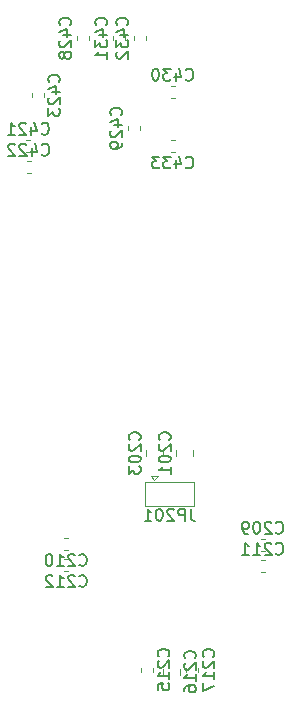
<source format=gbo>
G04 #@! TF.GenerationSoftware,KiCad,Pcbnew,5.1.0*
G04 #@! TF.CreationDate,2019-04-16T13:13:18+00:00*
G04 #@! TF.ProjectId,MSI001,4d534930-3031-42e6-9b69-6361645f7063,rev?*
G04 #@! TF.SameCoordinates,Original*
G04 #@! TF.FileFunction,Legend,Bot*
G04 #@! TF.FilePolarity,Positive*
%FSLAX46Y46*%
G04 Gerber Fmt 4.6, Leading zero omitted, Abs format (unit mm)*
G04 Created by KiCad (PCBNEW 5.1.0) date 2019-04-16 13:13:18*
%MOMM*%
%LPD*%
G04 APERTURE LIST*
%ADD10C,0.120000*%
%ADD11C,0.150000*%
G04 APERTURE END LIST*
D10*
X155773000Y-111221922D02*
X155773000Y-111739078D01*
X157193000Y-111221922D02*
X157193000Y-111739078D01*
X153233000Y-111221922D02*
X153233000Y-111739078D01*
X154653000Y-111221922D02*
X154653000Y-111739078D01*
X163249779Y-118766000D02*
X162924221Y-118766000D01*
X163249779Y-119786000D02*
X162924221Y-119786000D01*
X146287221Y-118639000D02*
X146612779Y-118639000D01*
X146287221Y-119659000D02*
X146612779Y-119659000D01*
X163249779Y-120544000D02*
X162924221Y-120544000D01*
X163249779Y-121564000D02*
X162924221Y-121564000D01*
X146287221Y-120417000D02*
X146612779Y-120417000D01*
X146287221Y-121437000D02*
X146612779Y-121437000D01*
X153818000Y-129979779D02*
X153818000Y-129654221D01*
X152798000Y-129979779D02*
X152798000Y-129654221D01*
X156050000Y-130251078D02*
X156050000Y-129733922D01*
X154630000Y-130251078D02*
X154630000Y-129733922D01*
X157628000Y-130005279D02*
X157628000Y-129679721D01*
X156608000Y-130005279D02*
X156608000Y-129679721D01*
X143412279Y-84984000D02*
X143086721Y-84984000D01*
X143412279Y-86004000D02*
X143086721Y-86004000D01*
X143437779Y-86762000D02*
X143112221Y-86762000D01*
X143437779Y-87782000D02*
X143112221Y-87782000D01*
X143527000Y-81338779D02*
X143527000Y-81013221D01*
X144547000Y-81338779D02*
X144547000Y-81013221D01*
X148357000Y-76187221D02*
X148357000Y-76512779D01*
X147337000Y-76187221D02*
X147337000Y-76512779D01*
X152675000Y-83807221D02*
X152675000Y-84132779D01*
X151655000Y-83807221D02*
X151655000Y-84132779D01*
X155629779Y-80412000D02*
X155304221Y-80412000D01*
X155629779Y-81432000D02*
X155304221Y-81432000D01*
X150385000Y-76187221D02*
X150385000Y-76512779D01*
X151405000Y-76187221D02*
X151405000Y-76512779D01*
X153183000Y-76187221D02*
X153183000Y-76512779D01*
X152163000Y-76187221D02*
X152163000Y-76512779D01*
X155304221Y-84984000D02*
X155629779Y-84984000D01*
X155304221Y-86004000D02*
X155629779Y-86004000D01*
X153163000Y-115958000D02*
X157263000Y-115958000D01*
X157263000Y-115958000D02*
X157263000Y-113958000D01*
X157263000Y-113958000D02*
X153163000Y-113958000D01*
X153163000Y-113958000D02*
X153163000Y-115958000D01*
X153913000Y-113758000D02*
X153613000Y-113458000D01*
X153613000Y-113458000D02*
X154213000Y-113458000D01*
X153913000Y-113758000D02*
X154213000Y-113458000D01*
D11*
X155190142Y-110361452D02*
X155237761Y-110313833D01*
X155285380Y-110170976D01*
X155285380Y-110075738D01*
X155237761Y-109932880D01*
X155142523Y-109837642D01*
X155047285Y-109790023D01*
X154856809Y-109742404D01*
X154713952Y-109742404D01*
X154523476Y-109790023D01*
X154428238Y-109837642D01*
X154333000Y-109932880D01*
X154285380Y-110075738D01*
X154285380Y-110170976D01*
X154333000Y-110313833D01*
X154380619Y-110361452D01*
X154380619Y-110742404D02*
X154333000Y-110790023D01*
X154285380Y-110885261D01*
X154285380Y-111123357D01*
X154333000Y-111218595D01*
X154380619Y-111266214D01*
X154475857Y-111313833D01*
X154571095Y-111313833D01*
X154713952Y-111266214D01*
X155285380Y-110694785D01*
X155285380Y-111313833D01*
X154285380Y-111932880D02*
X154285380Y-112028119D01*
X154333000Y-112123357D01*
X154380619Y-112170976D01*
X154475857Y-112218595D01*
X154666333Y-112266214D01*
X154904428Y-112266214D01*
X155094904Y-112218595D01*
X155190142Y-112170976D01*
X155237761Y-112123357D01*
X155285380Y-112028119D01*
X155285380Y-111932880D01*
X155237761Y-111837642D01*
X155190142Y-111790023D01*
X155094904Y-111742404D01*
X154904428Y-111694785D01*
X154666333Y-111694785D01*
X154475857Y-111742404D01*
X154380619Y-111790023D01*
X154333000Y-111837642D01*
X154285380Y-111932880D01*
X155285380Y-113218595D02*
X155285380Y-112647166D01*
X155285380Y-112932880D02*
X154285380Y-112932880D01*
X154428238Y-112837642D01*
X154523476Y-112742404D01*
X154571095Y-112647166D01*
X152650142Y-110361452D02*
X152697761Y-110313833D01*
X152745380Y-110170976D01*
X152745380Y-110075738D01*
X152697761Y-109932880D01*
X152602523Y-109837642D01*
X152507285Y-109790023D01*
X152316809Y-109742404D01*
X152173952Y-109742404D01*
X151983476Y-109790023D01*
X151888238Y-109837642D01*
X151793000Y-109932880D01*
X151745380Y-110075738D01*
X151745380Y-110170976D01*
X151793000Y-110313833D01*
X151840619Y-110361452D01*
X151840619Y-110742404D02*
X151793000Y-110790023D01*
X151745380Y-110885261D01*
X151745380Y-111123357D01*
X151793000Y-111218595D01*
X151840619Y-111266214D01*
X151935857Y-111313833D01*
X152031095Y-111313833D01*
X152173952Y-111266214D01*
X152745380Y-110694785D01*
X152745380Y-111313833D01*
X151745380Y-111932880D02*
X151745380Y-112028119D01*
X151793000Y-112123357D01*
X151840619Y-112170976D01*
X151935857Y-112218595D01*
X152126333Y-112266214D01*
X152364428Y-112266214D01*
X152554904Y-112218595D01*
X152650142Y-112170976D01*
X152697761Y-112123357D01*
X152745380Y-112028119D01*
X152745380Y-111932880D01*
X152697761Y-111837642D01*
X152650142Y-111790023D01*
X152554904Y-111742404D01*
X152364428Y-111694785D01*
X152126333Y-111694785D01*
X151935857Y-111742404D01*
X151840619Y-111790023D01*
X151793000Y-111837642D01*
X151745380Y-111932880D01*
X151745380Y-112599547D02*
X151745380Y-113218595D01*
X152126333Y-112885261D01*
X152126333Y-113028119D01*
X152173952Y-113123357D01*
X152221571Y-113170976D01*
X152316809Y-113218595D01*
X152554904Y-113218595D01*
X152650142Y-113170976D01*
X152697761Y-113123357D01*
X152745380Y-113028119D01*
X152745380Y-112742404D01*
X152697761Y-112647166D01*
X152650142Y-112599547D01*
X164206047Y-118203142D02*
X164253666Y-118250761D01*
X164396523Y-118298380D01*
X164491761Y-118298380D01*
X164634619Y-118250761D01*
X164729857Y-118155523D01*
X164777476Y-118060285D01*
X164825095Y-117869809D01*
X164825095Y-117726952D01*
X164777476Y-117536476D01*
X164729857Y-117441238D01*
X164634619Y-117346000D01*
X164491761Y-117298380D01*
X164396523Y-117298380D01*
X164253666Y-117346000D01*
X164206047Y-117393619D01*
X163825095Y-117393619D02*
X163777476Y-117346000D01*
X163682238Y-117298380D01*
X163444142Y-117298380D01*
X163348904Y-117346000D01*
X163301285Y-117393619D01*
X163253666Y-117488857D01*
X163253666Y-117584095D01*
X163301285Y-117726952D01*
X163872714Y-118298380D01*
X163253666Y-118298380D01*
X162634619Y-117298380D02*
X162539380Y-117298380D01*
X162444142Y-117346000D01*
X162396523Y-117393619D01*
X162348904Y-117488857D01*
X162301285Y-117679333D01*
X162301285Y-117917428D01*
X162348904Y-118107904D01*
X162396523Y-118203142D01*
X162444142Y-118250761D01*
X162539380Y-118298380D01*
X162634619Y-118298380D01*
X162729857Y-118250761D01*
X162777476Y-118203142D01*
X162825095Y-118107904D01*
X162872714Y-117917428D01*
X162872714Y-117679333D01*
X162825095Y-117488857D01*
X162777476Y-117393619D01*
X162729857Y-117346000D01*
X162634619Y-117298380D01*
X161825095Y-118298380D02*
X161634619Y-118298380D01*
X161539380Y-118250761D01*
X161491761Y-118203142D01*
X161396523Y-118060285D01*
X161348904Y-117869809D01*
X161348904Y-117488857D01*
X161396523Y-117393619D01*
X161444142Y-117346000D01*
X161539380Y-117298380D01*
X161729857Y-117298380D01*
X161825095Y-117346000D01*
X161872714Y-117393619D01*
X161920333Y-117488857D01*
X161920333Y-117726952D01*
X161872714Y-117822190D01*
X161825095Y-117869809D01*
X161729857Y-117917428D01*
X161539380Y-117917428D01*
X161444142Y-117869809D01*
X161396523Y-117822190D01*
X161348904Y-117726952D01*
X147569047Y-120936142D02*
X147616666Y-120983761D01*
X147759523Y-121031380D01*
X147854761Y-121031380D01*
X147997619Y-120983761D01*
X148092857Y-120888523D01*
X148140476Y-120793285D01*
X148188095Y-120602809D01*
X148188095Y-120459952D01*
X148140476Y-120269476D01*
X148092857Y-120174238D01*
X147997619Y-120079000D01*
X147854761Y-120031380D01*
X147759523Y-120031380D01*
X147616666Y-120079000D01*
X147569047Y-120126619D01*
X147188095Y-120126619D02*
X147140476Y-120079000D01*
X147045238Y-120031380D01*
X146807142Y-120031380D01*
X146711904Y-120079000D01*
X146664285Y-120126619D01*
X146616666Y-120221857D01*
X146616666Y-120317095D01*
X146664285Y-120459952D01*
X147235714Y-121031380D01*
X146616666Y-121031380D01*
X145664285Y-121031380D02*
X146235714Y-121031380D01*
X145950000Y-121031380D02*
X145950000Y-120031380D01*
X146045238Y-120174238D01*
X146140476Y-120269476D01*
X146235714Y-120317095D01*
X145045238Y-120031380D02*
X144950000Y-120031380D01*
X144854761Y-120079000D01*
X144807142Y-120126619D01*
X144759523Y-120221857D01*
X144711904Y-120412333D01*
X144711904Y-120650428D01*
X144759523Y-120840904D01*
X144807142Y-120936142D01*
X144854761Y-120983761D01*
X144950000Y-121031380D01*
X145045238Y-121031380D01*
X145140476Y-120983761D01*
X145188095Y-120936142D01*
X145235714Y-120840904D01*
X145283333Y-120650428D01*
X145283333Y-120412333D01*
X145235714Y-120221857D01*
X145188095Y-120126619D01*
X145140476Y-120079000D01*
X145045238Y-120031380D01*
X164206047Y-119981142D02*
X164253666Y-120028761D01*
X164396523Y-120076380D01*
X164491761Y-120076380D01*
X164634619Y-120028761D01*
X164729857Y-119933523D01*
X164777476Y-119838285D01*
X164825095Y-119647809D01*
X164825095Y-119504952D01*
X164777476Y-119314476D01*
X164729857Y-119219238D01*
X164634619Y-119124000D01*
X164491761Y-119076380D01*
X164396523Y-119076380D01*
X164253666Y-119124000D01*
X164206047Y-119171619D01*
X163825095Y-119171619D02*
X163777476Y-119124000D01*
X163682238Y-119076380D01*
X163444142Y-119076380D01*
X163348904Y-119124000D01*
X163301285Y-119171619D01*
X163253666Y-119266857D01*
X163253666Y-119362095D01*
X163301285Y-119504952D01*
X163872714Y-120076380D01*
X163253666Y-120076380D01*
X162301285Y-120076380D02*
X162872714Y-120076380D01*
X162587000Y-120076380D02*
X162587000Y-119076380D01*
X162682238Y-119219238D01*
X162777476Y-119314476D01*
X162872714Y-119362095D01*
X161348904Y-120076380D02*
X161920333Y-120076380D01*
X161634619Y-120076380D02*
X161634619Y-119076380D01*
X161729857Y-119219238D01*
X161825095Y-119314476D01*
X161920333Y-119362095D01*
X147569047Y-122714142D02*
X147616666Y-122761761D01*
X147759523Y-122809380D01*
X147854761Y-122809380D01*
X147997619Y-122761761D01*
X148092857Y-122666523D01*
X148140476Y-122571285D01*
X148188095Y-122380809D01*
X148188095Y-122237952D01*
X148140476Y-122047476D01*
X148092857Y-121952238D01*
X147997619Y-121857000D01*
X147854761Y-121809380D01*
X147759523Y-121809380D01*
X147616666Y-121857000D01*
X147569047Y-121904619D01*
X147188095Y-121904619D02*
X147140476Y-121857000D01*
X147045238Y-121809380D01*
X146807142Y-121809380D01*
X146711904Y-121857000D01*
X146664285Y-121904619D01*
X146616666Y-121999857D01*
X146616666Y-122095095D01*
X146664285Y-122237952D01*
X147235714Y-122809380D01*
X146616666Y-122809380D01*
X145664285Y-122809380D02*
X146235714Y-122809380D01*
X145950000Y-122809380D02*
X145950000Y-121809380D01*
X146045238Y-121952238D01*
X146140476Y-122047476D01*
X146235714Y-122095095D01*
X145283333Y-121904619D02*
X145235714Y-121857000D01*
X145140476Y-121809380D01*
X144902380Y-121809380D01*
X144807142Y-121857000D01*
X144759523Y-121904619D01*
X144711904Y-121999857D01*
X144711904Y-122095095D01*
X144759523Y-122237952D01*
X145330952Y-122809380D01*
X144711904Y-122809380D01*
X155095142Y-128697952D02*
X155142761Y-128650333D01*
X155190380Y-128507476D01*
X155190380Y-128412238D01*
X155142761Y-128269380D01*
X155047523Y-128174142D01*
X154952285Y-128126523D01*
X154761809Y-128078904D01*
X154618952Y-128078904D01*
X154428476Y-128126523D01*
X154333238Y-128174142D01*
X154238000Y-128269380D01*
X154190380Y-128412238D01*
X154190380Y-128507476D01*
X154238000Y-128650333D01*
X154285619Y-128697952D01*
X154285619Y-129078904D02*
X154238000Y-129126523D01*
X154190380Y-129221761D01*
X154190380Y-129459857D01*
X154238000Y-129555095D01*
X154285619Y-129602714D01*
X154380857Y-129650333D01*
X154476095Y-129650333D01*
X154618952Y-129602714D01*
X155190380Y-129031285D01*
X155190380Y-129650333D01*
X155190380Y-130602714D02*
X155190380Y-130031285D01*
X155190380Y-130317000D02*
X154190380Y-130317000D01*
X154333238Y-130221761D01*
X154428476Y-130126523D01*
X154476095Y-130031285D01*
X154190380Y-131507476D02*
X154190380Y-131031285D01*
X154666571Y-130983666D01*
X154618952Y-131031285D01*
X154571333Y-131126523D01*
X154571333Y-131364619D01*
X154618952Y-131459857D01*
X154666571Y-131507476D01*
X154761809Y-131555095D01*
X154999904Y-131555095D01*
X155095142Y-131507476D01*
X155142761Y-131459857D01*
X155190380Y-131364619D01*
X155190380Y-131126523D01*
X155142761Y-131031285D01*
X155095142Y-130983666D01*
X157347142Y-128873452D02*
X157394761Y-128825833D01*
X157442380Y-128682976D01*
X157442380Y-128587738D01*
X157394761Y-128444880D01*
X157299523Y-128349642D01*
X157204285Y-128302023D01*
X157013809Y-128254404D01*
X156870952Y-128254404D01*
X156680476Y-128302023D01*
X156585238Y-128349642D01*
X156490000Y-128444880D01*
X156442380Y-128587738D01*
X156442380Y-128682976D01*
X156490000Y-128825833D01*
X156537619Y-128873452D01*
X156537619Y-129254404D02*
X156490000Y-129302023D01*
X156442380Y-129397261D01*
X156442380Y-129635357D01*
X156490000Y-129730595D01*
X156537619Y-129778214D01*
X156632857Y-129825833D01*
X156728095Y-129825833D01*
X156870952Y-129778214D01*
X157442380Y-129206785D01*
X157442380Y-129825833D01*
X157442380Y-130778214D02*
X157442380Y-130206785D01*
X157442380Y-130492500D02*
X156442380Y-130492500D01*
X156585238Y-130397261D01*
X156680476Y-130302023D01*
X156728095Y-130206785D01*
X156442380Y-131635357D02*
X156442380Y-131444880D01*
X156490000Y-131349642D01*
X156537619Y-131302023D01*
X156680476Y-131206785D01*
X156870952Y-131159166D01*
X157251904Y-131159166D01*
X157347142Y-131206785D01*
X157394761Y-131254404D01*
X157442380Y-131349642D01*
X157442380Y-131540119D01*
X157394761Y-131635357D01*
X157347142Y-131682976D01*
X157251904Y-131730595D01*
X157013809Y-131730595D01*
X156918571Y-131682976D01*
X156870952Y-131635357D01*
X156823333Y-131540119D01*
X156823333Y-131349642D01*
X156870952Y-131254404D01*
X156918571Y-131206785D01*
X157013809Y-131159166D01*
X158905142Y-128723452D02*
X158952761Y-128675833D01*
X159000380Y-128532976D01*
X159000380Y-128437738D01*
X158952761Y-128294880D01*
X158857523Y-128199642D01*
X158762285Y-128152023D01*
X158571809Y-128104404D01*
X158428952Y-128104404D01*
X158238476Y-128152023D01*
X158143238Y-128199642D01*
X158048000Y-128294880D01*
X158000380Y-128437738D01*
X158000380Y-128532976D01*
X158048000Y-128675833D01*
X158095619Y-128723452D01*
X158095619Y-129104404D02*
X158048000Y-129152023D01*
X158000380Y-129247261D01*
X158000380Y-129485357D01*
X158048000Y-129580595D01*
X158095619Y-129628214D01*
X158190857Y-129675833D01*
X158286095Y-129675833D01*
X158428952Y-129628214D01*
X159000380Y-129056785D01*
X159000380Y-129675833D01*
X159000380Y-130628214D02*
X159000380Y-130056785D01*
X159000380Y-130342500D02*
X158000380Y-130342500D01*
X158143238Y-130247261D01*
X158238476Y-130152023D01*
X158286095Y-130056785D01*
X158000380Y-130961547D02*
X158000380Y-131628214D01*
X159000380Y-131199642D01*
X144368547Y-84421142D02*
X144416166Y-84468761D01*
X144559023Y-84516380D01*
X144654261Y-84516380D01*
X144797119Y-84468761D01*
X144892357Y-84373523D01*
X144939976Y-84278285D01*
X144987595Y-84087809D01*
X144987595Y-83944952D01*
X144939976Y-83754476D01*
X144892357Y-83659238D01*
X144797119Y-83564000D01*
X144654261Y-83516380D01*
X144559023Y-83516380D01*
X144416166Y-83564000D01*
X144368547Y-83611619D01*
X143511404Y-83849714D02*
X143511404Y-84516380D01*
X143749500Y-83468761D02*
X143987595Y-84183047D01*
X143368547Y-84183047D01*
X143035214Y-83611619D02*
X142987595Y-83564000D01*
X142892357Y-83516380D01*
X142654261Y-83516380D01*
X142559023Y-83564000D01*
X142511404Y-83611619D01*
X142463785Y-83706857D01*
X142463785Y-83802095D01*
X142511404Y-83944952D01*
X143082833Y-84516380D01*
X142463785Y-84516380D01*
X141511404Y-84516380D02*
X142082833Y-84516380D01*
X141797119Y-84516380D02*
X141797119Y-83516380D01*
X141892357Y-83659238D01*
X141987595Y-83754476D01*
X142082833Y-83802095D01*
X144394047Y-86199142D02*
X144441666Y-86246761D01*
X144584523Y-86294380D01*
X144679761Y-86294380D01*
X144822619Y-86246761D01*
X144917857Y-86151523D01*
X144965476Y-86056285D01*
X145013095Y-85865809D01*
X145013095Y-85722952D01*
X144965476Y-85532476D01*
X144917857Y-85437238D01*
X144822619Y-85342000D01*
X144679761Y-85294380D01*
X144584523Y-85294380D01*
X144441666Y-85342000D01*
X144394047Y-85389619D01*
X143536904Y-85627714D02*
X143536904Y-86294380D01*
X143775000Y-85246761D02*
X144013095Y-85961047D01*
X143394047Y-85961047D01*
X143060714Y-85389619D02*
X143013095Y-85342000D01*
X142917857Y-85294380D01*
X142679761Y-85294380D01*
X142584523Y-85342000D01*
X142536904Y-85389619D01*
X142489285Y-85484857D01*
X142489285Y-85580095D01*
X142536904Y-85722952D01*
X143108333Y-86294380D01*
X142489285Y-86294380D01*
X142108333Y-85389619D02*
X142060714Y-85342000D01*
X141965476Y-85294380D01*
X141727380Y-85294380D01*
X141632142Y-85342000D01*
X141584523Y-85389619D01*
X141536904Y-85484857D01*
X141536904Y-85580095D01*
X141584523Y-85722952D01*
X142155952Y-86294380D01*
X141536904Y-86294380D01*
X145824142Y-80056952D02*
X145871761Y-80009333D01*
X145919380Y-79866476D01*
X145919380Y-79771238D01*
X145871761Y-79628380D01*
X145776523Y-79533142D01*
X145681285Y-79485523D01*
X145490809Y-79437904D01*
X145347952Y-79437904D01*
X145157476Y-79485523D01*
X145062238Y-79533142D01*
X144967000Y-79628380D01*
X144919380Y-79771238D01*
X144919380Y-79866476D01*
X144967000Y-80009333D01*
X145014619Y-80056952D01*
X145252714Y-80914095D02*
X145919380Y-80914095D01*
X144871761Y-80676000D02*
X145586047Y-80437904D01*
X145586047Y-81056952D01*
X145014619Y-81390285D02*
X144967000Y-81437904D01*
X144919380Y-81533142D01*
X144919380Y-81771238D01*
X144967000Y-81866476D01*
X145014619Y-81914095D01*
X145109857Y-81961714D01*
X145205095Y-81961714D01*
X145347952Y-81914095D01*
X145919380Y-81342666D01*
X145919380Y-81961714D01*
X144919380Y-82295047D02*
X144919380Y-82914095D01*
X145300333Y-82580761D01*
X145300333Y-82723619D01*
X145347952Y-82818857D01*
X145395571Y-82866476D01*
X145490809Y-82914095D01*
X145728904Y-82914095D01*
X145824142Y-82866476D01*
X145871761Y-82818857D01*
X145919380Y-82723619D01*
X145919380Y-82437904D01*
X145871761Y-82342666D01*
X145824142Y-82295047D01*
X146774142Y-75230952D02*
X146821761Y-75183333D01*
X146869380Y-75040476D01*
X146869380Y-74945238D01*
X146821761Y-74802380D01*
X146726523Y-74707142D01*
X146631285Y-74659523D01*
X146440809Y-74611904D01*
X146297952Y-74611904D01*
X146107476Y-74659523D01*
X146012238Y-74707142D01*
X145917000Y-74802380D01*
X145869380Y-74945238D01*
X145869380Y-75040476D01*
X145917000Y-75183333D01*
X145964619Y-75230952D01*
X146202714Y-76088095D02*
X146869380Y-76088095D01*
X145821761Y-75850000D02*
X146536047Y-75611904D01*
X146536047Y-76230952D01*
X145964619Y-76564285D02*
X145917000Y-76611904D01*
X145869380Y-76707142D01*
X145869380Y-76945238D01*
X145917000Y-77040476D01*
X145964619Y-77088095D01*
X146059857Y-77135714D01*
X146155095Y-77135714D01*
X146297952Y-77088095D01*
X146869380Y-76516666D01*
X146869380Y-77135714D01*
X146297952Y-77707142D02*
X146250333Y-77611904D01*
X146202714Y-77564285D01*
X146107476Y-77516666D01*
X146059857Y-77516666D01*
X145964619Y-77564285D01*
X145917000Y-77611904D01*
X145869380Y-77707142D01*
X145869380Y-77897619D01*
X145917000Y-77992857D01*
X145964619Y-78040476D01*
X146059857Y-78088095D01*
X146107476Y-78088095D01*
X146202714Y-78040476D01*
X146250333Y-77992857D01*
X146297952Y-77897619D01*
X146297952Y-77707142D01*
X146345571Y-77611904D01*
X146393190Y-77564285D01*
X146488428Y-77516666D01*
X146678904Y-77516666D01*
X146774142Y-77564285D01*
X146821761Y-77611904D01*
X146869380Y-77707142D01*
X146869380Y-77897619D01*
X146821761Y-77992857D01*
X146774142Y-78040476D01*
X146678904Y-78088095D01*
X146488428Y-78088095D01*
X146393190Y-78040476D01*
X146345571Y-77992857D01*
X146297952Y-77897619D01*
X151092142Y-82850952D02*
X151139761Y-82803333D01*
X151187380Y-82660476D01*
X151187380Y-82565238D01*
X151139761Y-82422380D01*
X151044523Y-82327142D01*
X150949285Y-82279523D01*
X150758809Y-82231904D01*
X150615952Y-82231904D01*
X150425476Y-82279523D01*
X150330238Y-82327142D01*
X150235000Y-82422380D01*
X150187380Y-82565238D01*
X150187380Y-82660476D01*
X150235000Y-82803333D01*
X150282619Y-82850952D01*
X150520714Y-83708095D02*
X151187380Y-83708095D01*
X150139761Y-83470000D02*
X150854047Y-83231904D01*
X150854047Y-83850952D01*
X150282619Y-84184285D02*
X150235000Y-84231904D01*
X150187380Y-84327142D01*
X150187380Y-84565238D01*
X150235000Y-84660476D01*
X150282619Y-84708095D01*
X150377857Y-84755714D01*
X150473095Y-84755714D01*
X150615952Y-84708095D01*
X151187380Y-84136666D01*
X151187380Y-84755714D01*
X151187380Y-85231904D02*
X151187380Y-85422380D01*
X151139761Y-85517619D01*
X151092142Y-85565238D01*
X150949285Y-85660476D01*
X150758809Y-85708095D01*
X150377857Y-85708095D01*
X150282619Y-85660476D01*
X150235000Y-85612857D01*
X150187380Y-85517619D01*
X150187380Y-85327142D01*
X150235000Y-85231904D01*
X150282619Y-85184285D01*
X150377857Y-85136666D01*
X150615952Y-85136666D01*
X150711190Y-85184285D01*
X150758809Y-85231904D01*
X150806428Y-85327142D01*
X150806428Y-85517619D01*
X150758809Y-85612857D01*
X150711190Y-85660476D01*
X150615952Y-85708095D01*
X156586047Y-79849142D02*
X156633666Y-79896761D01*
X156776523Y-79944380D01*
X156871761Y-79944380D01*
X157014619Y-79896761D01*
X157109857Y-79801523D01*
X157157476Y-79706285D01*
X157205095Y-79515809D01*
X157205095Y-79372952D01*
X157157476Y-79182476D01*
X157109857Y-79087238D01*
X157014619Y-78992000D01*
X156871761Y-78944380D01*
X156776523Y-78944380D01*
X156633666Y-78992000D01*
X156586047Y-79039619D01*
X155728904Y-79277714D02*
X155728904Y-79944380D01*
X155967000Y-78896761D02*
X156205095Y-79611047D01*
X155586047Y-79611047D01*
X155300333Y-78944380D02*
X154681285Y-78944380D01*
X155014619Y-79325333D01*
X154871761Y-79325333D01*
X154776523Y-79372952D01*
X154728904Y-79420571D01*
X154681285Y-79515809D01*
X154681285Y-79753904D01*
X154728904Y-79849142D01*
X154776523Y-79896761D01*
X154871761Y-79944380D01*
X155157476Y-79944380D01*
X155252714Y-79896761D01*
X155300333Y-79849142D01*
X154062238Y-78944380D02*
X153967000Y-78944380D01*
X153871761Y-78992000D01*
X153824142Y-79039619D01*
X153776523Y-79134857D01*
X153728904Y-79325333D01*
X153728904Y-79563428D01*
X153776523Y-79753904D01*
X153824142Y-79849142D01*
X153871761Y-79896761D01*
X153967000Y-79944380D01*
X154062238Y-79944380D01*
X154157476Y-79896761D01*
X154205095Y-79849142D01*
X154252714Y-79753904D01*
X154300333Y-79563428D01*
X154300333Y-79325333D01*
X154252714Y-79134857D01*
X154205095Y-79039619D01*
X154157476Y-78992000D01*
X154062238Y-78944380D01*
X149822142Y-75230952D02*
X149869761Y-75183333D01*
X149917380Y-75040476D01*
X149917380Y-74945238D01*
X149869761Y-74802380D01*
X149774523Y-74707142D01*
X149679285Y-74659523D01*
X149488809Y-74611904D01*
X149345952Y-74611904D01*
X149155476Y-74659523D01*
X149060238Y-74707142D01*
X148965000Y-74802380D01*
X148917380Y-74945238D01*
X148917380Y-75040476D01*
X148965000Y-75183333D01*
X149012619Y-75230952D01*
X149250714Y-76088095D02*
X149917380Y-76088095D01*
X148869761Y-75850000D02*
X149584047Y-75611904D01*
X149584047Y-76230952D01*
X148917380Y-76516666D02*
X148917380Y-77135714D01*
X149298333Y-76802380D01*
X149298333Y-76945238D01*
X149345952Y-77040476D01*
X149393571Y-77088095D01*
X149488809Y-77135714D01*
X149726904Y-77135714D01*
X149822142Y-77088095D01*
X149869761Y-77040476D01*
X149917380Y-76945238D01*
X149917380Y-76659523D01*
X149869761Y-76564285D01*
X149822142Y-76516666D01*
X149917380Y-78088095D02*
X149917380Y-77516666D01*
X149917380Y-77802380D02*
X148917380Y-77802380D01*
X149060238Y-77707142D01*
X149155476Y-77611904D01*
X149203095Y-77516666D01*
X151600142Y-75230952D02*
X151647761Y-75183333D01*
X151695380Y-75040476D01*
X151695380Y-74945238D01*
X151647761Y-74802380D01*
X151552523Y-74707142D01*
X151457285Y-74659523D01*
X151266809Y-74611904D01*
X151123952Y-74611904D01*
X150933476Y-74659523D01*
X150838238Y-74707142D01*
X150743000Y-74802380D01*
X150695380Y-74945238D01*
X150695380Y-75040476D01*
X150743000Y-75183333D01*
X150790619Y-75230952D01*
X151028714Y-76088095D02*
X151695380Y-76088095D01*
X150647761Y-75850000D02*
X151362047Y-75611904D01*
X151362047Y-76230952D01*
X150695380Y-76516666D02*
X150695380Y-77135714D01*
X151076333Y-76802380D01*
X151076333Y-76945238D01*
X151123952Y-77040476D01*
X151171571Y-77088095D01*
X151266809Y-77135714D01*
X151504904Y-77135714D01*
X151600142Y-77088095D01*
X151647761Y-77040476D01*
X151695380Y-76945238D01*
X151695380Y-76659523D01*
X151647761Y-76564285D01*
X151600142Y-76516666D01*
X150790619Y-77516666D02*
X150743000Y-77564285D01*
X150695380Y-77659523D01*
X150695380Y-77897619D01*
X150743000Y-77992857D01*
X150790619Y-78040476D01*
X150885857Y-78088095D01*
X150981095Y-78088095D01*
X151123952Y-78040476D01*
X151695380Y-77469047D01*
X151695380Y-78088095D01*
X156586047Y-87281142D02*
X156633666Y-87328761D01*
X156776523Y-87376380D01*
X156871761Y-87376380D01*
X157014619Y-87328761D01*
X157109857Y-87233523D01*
X157157476Y-87138285D01*
X157205095Y-86947809D01*
X157205095Y-86804952D01*
X157157476Y-86614476D01*
X157109857Y-86519238D01*
X157014619Y-86424000D01*
X156871761Y-86376380D01*
X156776523Y-86376380D01*
X156633666Y-86424000D01*
X156586047Y-86471619D01*
X155728904Y-86709714D02*
X155728904Y-87376380D01*
X155967000Y-86328761D02*
X156205095Y-87043047D01*
X155586047Y-87043047D01*
X155300333Y-86376380D02*
X154681285Y-86376380D01*
X155014619Y-86757333D01*
X154871761Y-86757333D01*
X154776523Y-86804952D01*
X154728904Y-86852571D01*
X154681285Y-86947809D01*
X154681285Y-87185904D01*
X154728904Y-87281142D01*
X154776523Y-87328761D01*
X154871761Y-87376380D01*
X155157476Y-87376380D01*
X155252714Y-87328761D01*
X155300333Y-87281142D01*
X154347952Y-86376380D02*
X153728904Y-86376380D01*
X154062238Y-86757333D01*
X153919380Y-86757333D01*
X153824142Y-86804952D01*
X153776523Y-86852571D01*
X153728904Y-86947809D01*
X153728904Y-87185904D01*
X153776523Y-87281142D01*
X153824142Y-87328761D01*
X153919380Y-87376380D01*
X154205095Y-87376380D01*
X154300333Y-87328761D01*
X154347952Y-87281142D01*
X156998714Y-116210380D02*
X156998714Y-116924666D01*
X157046333Y-117067523D01*
X157141571Y-117162761D01*
X157284428Y-117210380D01*
X157379666Y-117210380D01*
X156522523Y-117210380D02*
X156522523Y-116210380D01*
X156141571Y-116210380D01*
X156046333Y-116258000D01*
X155998714Y-116305619D01*
X155951095Y-116400857D01*
X155951095Y-116543714D01*
X155998714Y-116638952D01*
X156046333Y-116686571D01*
X156141571Y-116734190D01*
X156522523Y-116734190D01*
X155570142Y-116305619D02*
X155522523Y-116258000D01*
X155427285Y-116210380D01*
X155189190Y-116210380D01*
X155093952Y-116258000D01*
X155046333Y-116305619D01*
X154998714Y-116400857D01*
X154998714Y-116496095D01*
X155046333Y-116638952D01*
X155617761Y-117210380D01*
X154998714Y-117210380D01*
X154379666Y-116210380D02*
X154284428Y-116210380D01*
X154189190Y-116258000D01*
X154141571Y-116305619D01*
X154093952Y-116400857D01*
X154046333Y-116591333D01*
X154046333Y-116829428D01*
X154093952Y-117019904D01*
X154141571Y-117115142D01*
X154189190Y-117162761D01*
X154284428Y-117210380D01*
X154379666Y-117210380D01*
X154474904Y-117162761D01*
X154522523Y-117115142D01*
X154570142Y-117019904D01*
X154617761Y-116829428D01*
X154617761Y-116591333D01*
X154570142Y-116400857D01*
X154522523Y-116305619D01*
X154474904Y-116258000D01*
X154379666Y-116210380D01*
X153093952Y-117210380D02*
X153665380Y-117210380D01*
X153379666Y-117210380D02*
X153379666Y-116210380D01*
X153474904Y-116353238D01*
X153570142Y-116448476D01*
X153665380Y-116496095D01*
M02*

</source>
